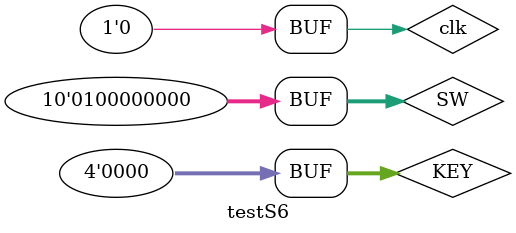
<source format=v>
`timescale 1ns/1ns

module testS6;
	reg clk = 0;
	reg [9:0]SW = 0;
	reg [3:0]KEY = 0;

	wire [9:0]LEDR;
	wire [6:0]HEX0;
	wire [6:0]HEX1;
	wire [6:0]HEX2;
	wire [6:0]HEX3;
	wire [6:0]HEX4;
	wire [6:0]HEX5;
	
	MyComputer mc(clk, LEDR, SW, KEY, HEX0, HEX1, HEX2, HEX3, HEX4, HEX5);	
	
	initial begin
		repeat (50) #10 clk = !clk;
	end
	
	initial begin
		SW[8] = 1;
	end
endmodule

</source>
